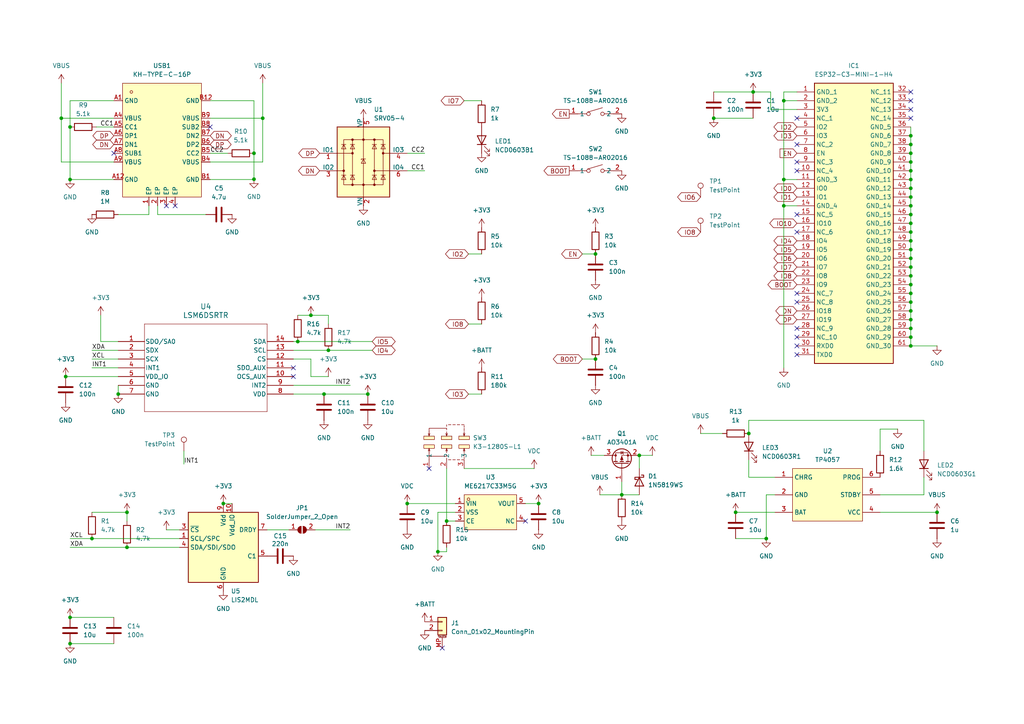
<source format=kicad_sch>
(kicad_sch (version 20231120) (generator "eeschema") (generator_version "8.0")
  (paper "A4")
  (lib_symbols
    (symbol "BSC3:K3-1280S-L1"
      (property "Reference" "SW" (at 0 -1.27 0))
      (property "Value" "K3-1280S-L1" (at 0 -11.43 0))
      (symbol "K3-1280S-L1_0_1"
        (pin unspecified line (at -5.08 -6.35 90) (length 2.54) (name "1") (number "1"))
        (pin unspecified line (at 0 -6.35 90) (length 2.54) (name "2") (number "2"))
        (pin unspecified line (at 5.08 -6.35 90) (length 2.54) (name "3") (number "3"))
      )
    )
    (symbol "BSC3:KH-TYPE-C-16P"
      (property "Reference" "USB" (at 0 17.78 0))
      (property "Value" "KH-TYPE-C-16P" (at 0 -22.86 0))
      (symbol "KH-TYPE-C-16P_0_1"
        (pin unspecified line (at -5.08 -17.78 90) (length 2.54) (name "EP") (number "1"))
        (pin unspecified line (at -2.54 -17.78 90) (length 2.54) (name "EP") (number "2"))
        (pin unspecified line (at 0 -17.78 90) (length 2.54) (name "EP") (number "3"))
        (pin unspecified line (at 2.54 -17.78 90) (length 2.54) (name "EP") (number "4"))
        (pin unspecified line (at -15.24 12.7 0) (length 2.54) (name "GND") (number "A1"))
        (pin unspecified line (at -15.24 -10.16 0) (length 2.54) (name "GND") (number "A12"))
        (pin unspecified line (at -15.24 7.62 0) (length 2.54) (name "VBUS") (number "A4"))
        (pin unspecified line (at -15.24 5.08 0) (length 2.54) (name "CC1") (number "A5"))
        (pin unspecified line (at -15.24 2.54 0) (length 2.54) (name "DP1") (number "A6"))
        (pin unspecified line (at -15.24 0 0) (length 2.54) (name "DN1") (number "A7"))
        (pin unspecified line (at -15.24 -2.54 0) (length 2.54) (name "SUB1") (number "A8"))
        (pin unspecified line (at -15.24 -5.08 0) (length 2.54) (name "VBUS") (number "A9"))
        (pin unspecified line (at 12.7 -10.16 180) (length 2.54) (name "GND") (number "B1"))
        (pin unspecified line (at 12.7 12.7 180) (length 2.54) (name "GND") (number "B12"))
        (pin unspecified line (at 12.7 -5.08 180) (length 2.54) (name "VBUS") (number "B4"))
        (pin unspecified line (at 12.7 -2.54 180) (length 2.54) (name "CC2") (number "B5"))
        (pin unspecified line (at 12.7 0 180) (length 2.54) (name "DP2") (number "B6"))
        (pin unspecified line (at 12.7 2.54 180) (length 2.54) (name "DN2") (number "B7"))
        (pin unspecified line (at 12.7 5.08 180) (length 2.54) (name "SUB2") (number "B8"))
        (pin unspecified line (at 12.7 7.62 180) (length 2.54) (name "VBUS") (number "B9"))
      )
    )
    (symbol "BSC3:ME6217C33M5G"
      (property "Reference" "U" (at 0 7.62 0))
      (property "Value" "ME6217C33M5G" (at 0 -7.62 0))
      (symbol "ME6217C33M5G_0_1"
        (pin unspecified line (at -10.16 2.54 0) (length 2.54) (name "VIN") (number "1"))
        (pin unspecified line (at -10.16 0 0) (length 2.54) (name "VSS") (number "2"))
        (pin unspecified line (at -10.16 -2.54 0) (length 2.54) (name "CE") (number "3"))
        (pin unspecified line (at 10.16 -2.54 180) (length 2.54) (name "NC") (number "4"))
        (pin unspecified line (at 10.16 2.54 180) (length 2.54) (name "VOUT") (number "5"))
      )
    )
    (symbol "BSC3:TP4057"
      (property "Reference" "U" (at 0 10.16 0))
      (property "Value" "TP4057" (at 0 -10.16 0))
      (symbol "TP4057_0_1"
        (pin unspecified line (at -15.24 5.08 0) (length 5.08) (name "CHRG") (number "1"))
        (pin unspecified line (at -15.24 0 0) (length 5.08) (name "GND") (number "2"))
        (pin unspecified line (at -15.24 -5.08 0) (length 5.08) (name "BAT") (number "3"))
        (pin unspecified line (at 15.24 -5.08 180) (length 5.08) (name "VCC") (number "4"))
        (pin unspecified line (at 15.24 0 180) (length 5.08) (name "STDBY") (number "5"))
        (pin unspecified line (at 15.24 5.08 180) (length 5.08) (name "PROG") (number "6"))
      )
    )
    (symbol "BSC3:TS-1088-AR02016"
      (property "Reference" "SW" (at 0 5.08 0))
      (property "Value" "TS-1088-AR02016" (at 0 -5.08 0))
      (symbol "TS-1088-AR02016_0_1"
        (pin unspecified line (at -7.62 0 0) (length 2.54) (name "1") (number "1"))
        (pin unspecified line (at 7.62 0 180) (length 2.54) (name "2") (number "2"))
      )
    )
    (symbol "Connector:TestPoint" (pin_numbers hide) (pin_names (offset 0.762) hide)
      (property "Reference" "TP" (at 0 6.858 0))
      (property "Value" "TestPoint" (at 0 5.08 0))
      (symbol "TestPoint_1_1"
        (pin passive line (at 0 0 90) (length 2.54) (name "1") (number "1"))
      )
    )
    (symbol "Connector_Generic_MountingPin:Conn_01x02_MountingPin" (pin_names (offset 1.016) hide)
      (property "Reference" "J" (at 0 2.54 0))
      (property "Value" "Conn_01x02_MountingPin" (at 1.27 -5.08 0))
      (symbol "Conn_01x02_MountingPin_1_1"
        (text "Mounting" (at 0 -4.191 0) (effects (font (size 0.381 0.381))))
        (pin passive line (at -5.08 0 0) (length 3.81) (name "Pin_1") (number "1"))
        (pin passive line (at -5.08 -2.54 0) (length 3.81) (name "Pin_2") (number "2"))
        (pin passive line (at 0 -7.62 90) (length 3.048) (name "MountPin") (number "MP"))
      )
    )
    (symbol "Device:C" (pin_numbers hide) (pin_names (offset 0.254))
      (property "Reference" "C" (at 0.635 2.54 0))
      (property "Value" "C" (at 0.635 -2.54 0))
      (symbol "C_1_1"
        (pin passive line (at 0 3.81 270) (length 2.794) (name "~") (number "1"))
        (pin passive line (at 0 -3.81 90) (length 2.794) (name "~") (number "2"))
      )
    )
    (symbol "Device:LED" (pin_numbers hide) (pin_names (offset 1.016) hide)
      (property "Reference" "D" (at 0 2.54 0))
      (property "Value" "LED" (at 0 -2.54 0))
      (symbol "LED_1_1"
        (pin passive line (at -3.81 0 0) (length 2.54) (name "K") (number "1"))
        (pin passive line (at 3.81 0 180) (length 2.54) (name "A") (number "2"))
      )
    )
    (symbol "Device:R" (pin_numbers hide) (pin_names (offset 0))
      (property "Reference" "R" (at 2.032 0 90))
      (property "Value" "R" (at 0 0 90))
      (symbol "R_1_1"
        (pin passive line (at 0 3.81 270) (length 1.27) (name "~") (number "1"))
        (pin passive line (at 0 -3.81 90) (length 1.27) (name "~") (number "2"))
      )
    )
    (symbol "Diode:1N5819WS" (pin_numbers hide) (pin_names (offset 1.016) hide)
      (property "Reference" "D" (at 0 2.54 0))
      (property "Value" "1N5819WS" (at 0 -2.54 0))
      (symbol "1N5819WS_1_1"
        (pin passive line (at -3.81 0 0) (length 2.54) (name "K") (number "1"))
        (pin passive line (at 3.81 0 180) (length 2.54) (name "A") (number "2"))
      )
    )
    (symbol "ESP32-C3-MINI-1-H4:ESP32-C3-MINI-1-H4"
      (property "Reference" "IC" (at 29.21 7.62 0))
      (property "Value" "ESP32-C3-MINI-1-H4" (at 29.21 5.08 0))
      (symbol "ESP32-C3-MINI-1-H4_1_1"
        (pin passive line (at 0 0 0) (length 5.08) (name "GND_1") (number "1"))
        (pin passive line (at 0 -22.86 0) (length 5.08) (name "NC_4") (number "10"))
        (pin passive line (at 0 -25.4 0) (length 5.08) (name "GND_3") (number "11"))
        (pin passive line (at 0 -27.94 0) (length 5.08) (name "IO0") (number "12"))
        (pin passive line (at 0 -30.48 0) (length 5.08) (name "IO1") (number "13"))
        (pin passive line (at 0 -33.02 0) (length 5.08) (name "GND_4") (number "14"))
        (pin passive line (at 0 -35.56 0) (length 5.08) (name "NC_5") (number "15"))
        (pin passive line (at 0 -38.1 0) (length 5.08) (name "IO10") (number "16"))
        (pin passive line (at 0 -40.64 0) (length 5.08) (name "NC_6") (number "17"))
        (pin passive line (at 0 -43.18 0) (length 5.08) (name "IO4") (number "18"))
        (pin passive line (at 0 -45.72 0) (length 5.08) (name "IO5") (number "19"))
        (pin passive line (at 0 -2.54 0) (length 5.08) (name "GND_2") (number "2"))
        (pin passive line (at 0 -48.26 0) (length 5.08) (name "IO6") (number "20"))
        (pin passive line (at 0 -50.8 0) (length 5.08) (name "IO7") (number "21"))
        (pin passive line (at 0 -53.34 0) (length 5.08) (name "IO8") (number "22"))
        (pin passive line (at 0 -55.88 0) (length 5.08) (name "IO9") (number "23"))
        (pin passive line (at 0 -58.42 0) (length 5.08) (name "NC_7") (number "24"))
        (pin passive line (at 0 -60.96 0) (length 5.08) (name "NC_8") (number "25"))
        (pin passive line (at 0 -63.5 0) (length 5.08) (name "IO18") (number "26"))
        (pin passive line (at 0 -66.04 0) (length 5.08) (name "IO19") (number "27"))
        (pin passive line (at 0 -68.58 0) (length 5.08) (name "NC_9") (number "28"))
        (pin passive line (at 0 -71.12 0) (length 5.08) (name "NC_10") (number "29"))
        (pin passive line (at 0 -5.08 0) (length 5.08) (name "3V3") (number "3"))
        (pin passive line (at 0 -73.66 0) (length 5.08) (name "RXD0") (number "30"))
        (pin passive line (at 0 -76.2 0) (length 5.08) (name "TXD0") (number "31"))
        (pin passive line (at 33.02 0 180) (length 5.08) (name "NC_11") (number "32"))
        (pin passive line (at 33.02 -2.54 180) (length 5.08) (name "NC_12") (number "33"))
        (pin passive line (at 33.02 -5.08 180) (length 5.08) (name "NC_13") (number "34"))
        (pin passive line (at 33.02 -7.62 180) (length 5.08) (name "NC_14") (number "35"))
        (pin passive line (at 33.02 -10.16 180) (length 5.08) (name "GND_5") (number "36"))
        (pin passive line (at 33.02 -12.7 180) (length 5.08) (name "GND_6") (number "37"))
        (pin passive line (at 33.02 -15.24 180) (length 5.08) (name "GND_7") (number "38"))
        (pin passive line (at 33.02 -17.78 180) (length 5.08) (name "GND_8") (number "39"))
        (pin passive line (at 0 -7.62 0) (length 5.08) (name "NC_1") (number "4"))
        (pin passive line (at 33.02 -20.32 180) (length 5.08) (name "GND_9") (number "40"))
        (pin passive line (at 33.02 -22.86 180) (length 5.08) (name "GND_10") (number "41"))
        (pin passive line (at 33.02 -25.4 180) (length 5.08) (name "GND_11") (number "42"))
        (pin passive line (at 33.02 -27.94 180) (length 5.08) (name "GND_12") (number "43"))
        (pin passive line (at 33.02 -30.48 180) (length 5.08) (name "GND_13") (number "44"))
        (pin passive line (at 33.02 -33.02 180) (length 5.08) (name "GND_14") (number "45"))
        (pin passive line (at 33.02 -35.56 180) (length 5.08) (name "GND_15") (number "46"))
        (pin passive line (at 33.02 -38.1 180) (length 5.08) (name "GND_16") (number "47"))
        (pin passive line (at 33.02 -40.64 180) (length 5.08) (name "GND_17") (number "48"))
        (pin passive line (at 33.02 -43.18 180) (length 5.08) (name "GND_18") (number "49"))
        (pin passive line (at 0 -10.16 0) (length 5.08) (name "IO2") (number "5"))
        (pin passive line (at 33.02 -45.72 180) (length 5.08) (name "GND_19") (number "50"))
        (pin passive line (at 33.02 -48.26 180) (length 5.08) (name "GND_20") (number "51"))
        (pin passive line (at 33.02 -50.8 180) (length 5.08) (name "GND_21") (number "52"))
        (pin passive line (at 33.02 -53.34 180) (length 5.08) (name "GND_22") (number "53"))
        (pin passive line (at 33.02 -55.88 180) (length 5.08) (name "GND_23") (number "54"))
        (pin passive line (at 33.02 -58.42 180) (length 5.08) (name "GND_24") (number "55"))
        (pin passive line (at 33.02 -60.96 180) (length 5.08) (name "GND_25") (number "56"))
        (pin passive line (at 33.02 -63.5 180) (length 5.08) (name "GND_26") (number "57"))
        (pin passive line (at 33.02 -66.04 180) (length 5.08) (name "GND_27") (number "58"))
        (pin passive line (at 33.02 -68.58 180) (length 5.08) (name "GND_28") (number "59"))
        (pin passive line (at 0 -12.7 0) (length 5.08) (name "IO3") (number "6"))
        (pin passive line (at 33.02 -71.12 180) (length 5.08) (name "GND_29") (number "60"))
        (pin passive line (at 33.02 -73.66 180) (length 5.08) (name "GND_30") (number "61"))
        (pin passive line (at 0 -15.24 0) (length 5.08) (name "NC_2") (number "7"))
        (pin passive line (at 0 -17.78 0) (length 5.08) (name "EN") (number "8"))
        (pin passive line (at 0 -20.32 0) (length 5.08) (name "NC_3") (number "9"))
      )
    )
    (symbol "Jumper:SolderJumper_2_Open" (pin_names (offset 0) hide)
      (property "Reference" "JP" (at 0 2.032 0))
      (property "Value" "SolderJumper_2_Open" (at 0 -2.54 0))
      (symbol "SolderJumper_2_Open_1_1"
        (pin passive line (at -3.81 0 0) (length 2.54) (name "A") (number "1"))
        (pin passive line (at 3.81 0 180) (length 2.54) (name "B") (number "2"))
      )
    )
    (symbol "Power_Protection:SRV05-4" (pin_names (offset 0))
      (property "Reference" "U" (at -5.08 11.43 0))
      (property "Value" "SRV05-4" (at 2.54 11.43 0))
      (symbol "SRV05-4_1_1"
        (pin passive line (at -12.7 2.54 0) (length 5.08) (name "IO1") (number "1"))
        (pin passive line (at 0 -12.7 90) (length 2.54) (name "VN") (number "2"))
        (pin passive line (at -12.7 -2.54 0) (length 5.08) (name "IO2") (number "3"))
        (pin passive line (at 12.7 2.54 180) (length 5.08) (name "IO3") (number "4"))
        (pin passive line (at 0 12.7 270) (length 2.54) (name "VP") (number "5"))
        (pin passive line (at 12.7 -2.54 180) (length 5.08) (name "IO4") (number "6"))
      )
    )
    (symbol "Sensor_Magnetic:LIS2MDL"
      (property "Reference" "U" (at -8.89 11.43 0))
      (property "Value" "LIS2MDL" (at 7.62 11.43 0))
      (symbol "LIS2MDL_1_1"
        (pin input line (at -12.7 2.54 0) (length 2.54) (name "SCL/SPC") (number "1"))
        (pin power_in line (at 2.54 12.7 270) (length 2.54) (name "Vdd_IO") (number "10"))
        (pin no_connect line (at -10.16 -7.62 0) (length 2.54) hide (name "NC") (number "11"))
        (pin no_connect line (at 10.16 -7.62 180) (length 2.54) hide (name "NC") (number "12"))
        (pin no_connect line (at -10.16 -5.08 0) (length 2.54) hide (name "NC") (number "2"))
        (pin input line (at -12.7 5.08 0) (length 2.54) (name "~{CS}") (number "3"))
        (pin bidirectional line (at -12.7 0 0) (length 2.54) (name "SDA/SDI/SDO") (number "4"))
        (pin power_out line (at 12.7 -2.54 180) (length 2.54) (name "C1") (number "5"))
        (pin power_in line (at 0 -12.7 90) (length 2.54) (name "GND") (number "6"))
        (pin output line (at 12.7 5.08 180) (length 2.54) (name "DRDY") (number "7"))
        (pin passive line (at 0 -12.7 90) (length 2.54) hide (name "GND") (number "8"))
        (pin power_in line (at 0 12.7 270) (length 2.54) (name "Vdd") (number "9"))
      )
    )
    (symbol "Transistor_FET:AO3401A" (pin_names hide)
      (property "Reference" "Q" (at 5.08 1.905 0))
      (property "Value" "AO3401A" (at 5.08 0 0))
      (symbol "AO3401A_1_1"
        (pin input line (at -5.08 0 0) (length 2.54) (name "G") (number "1"))
        (pin passive line (at 2.54 -5.08 90) (length 2.54) (name "S") (number "2"))
        (pin passive line (at 2.54 5.08 270) (length 2.54) (name "D") (number "3"))
      )
    )
    (symbol "lsm6dsr:LSM6DSRTR" (pin_names (offset 0.254))
      (property "Reference" "U" (at 25.4 10.16 0))
      (property "Value" "LSM6DSRTR" (at 25.4 7.62 0))
      (symbol "LSM6DSRTR_0_1"
        (pin bidirectional line (at 0 0 0) (length 7.62) (name "SDO/SA0") (number "1"))
        (pin bidirectional line (at 50.8 -10.16 180) (length 7.62) (name "OCS_AUX") (number "10"))
        (pin bidirectional line (at 50.8 -7.62 180) (length 7.62) (name "SDO_AUX") (number "11"))
        (pin input line (at 50.8 -5.08 180) (length 7.62) (name "CS") (number "12"))
        (pin input line (at 50.8 -2.54 180) (length 7.62) (name "SCL") (number "13"))
        (pin bidirectional line (at 50.8 0 180) (length 7.62) (name "SDA") (number "14"))
        (pin bidirectional line (at 0 -2.54 0) (length 7.62) (name "SDX") (number "2"))
        (pin bidirectional line (at 0 -5.08 0) (length 7.62) (name "SCX") (number "3"))
        (pin output line (at 0 -7.62 0) (length 7.62) (name "INT1") (number "4"))
        (pin power_in line (at 0 -10.16 0) (length 7.62) (name "VDD_IO") (number "5"))
        (pin power_out line (at 0 -12.7 0) (length 7.62) (name "GND") (number "6"))
        (pin power_out line (at 0 -15.24 0) (length 7.62) (name "GND") (number "7"))
        (pin power_in line (at 50.8 -15.24 180) (length 7.62) (name "VDD") (number "8"))
        (pin output line (at 50.8 -12.7 180) (length 7.62) (name "INT2") (number "9"))
      )
    )
    (symbol "power:+3V3" (power) (pin_numbers hide) (pin_names (offset 0) hide)
      (property "Value" "+3V3" (at 0 3.556 0))
      (symbol "+3V3_1_1"
        (pin power_in line (at 0 0 90) (length 0) (name "~") (number "1"))
      )
    )
    (symbol "power:+BATT" (power) (pin_numbers hide) (pin_names (offset 0) hide)
      (property "Value" "+BATT" (at 0 3.556 0))
      (symbol "+BATT_1_1"
        (pin power_in line (at 0 0 90) (length 0) (name "~") (number "1"))
      )
    )
    (symbol "power:GND" (power) (pin_numbers hide) (pin_names (offset 0) hide)
      (property "Value" "GND" (at 0 -3.81 0))
      (symbol "GND_1_1"
        (pin power_in line (at 0 0 270) (length 0) (name "~") (number "1"))
      )
    )
    (symbol "power:VBUS" (power) (pin_numbers hide) (pin_names (offset 0) hide)
      (property "Value" "VBUS" (at 0 3.556 0))
      (symbol "VBUS_1_1"
        (pin power_in line (at 0 0 90) (length 0) (name "~") (number "1"))
      )
    )
    (symbol "power:VDC" (power) (pin_numbers hide) (pin_names (offset 0) hide)
      (property "Value" "VDC" (at 0 3.556 0))
      (symbol "VDC_1_1"
        (pin power_in line (at 0 0 90) (length 0) (name "~") (number "1"))
      )
    )
  )
  (junction (at 264.16 85.09))
  (junction (at 271.78 148.59))
  (junction (at 106.68 114.3))
  (junction (at 264.16 97.79))
  (junction (at 185.42 132.08))
  (junction (at 264.16 59.69))
  (junction (at 264.16 57.15))
  (junction (at 213.36 148.59))
  (junction (at 207.01 34.29))
  (junction (at 90.17 91.44))
  (junction (at 264.16 80.01))
  (junction (at 222.25 156.21))
  (junction (at 172.72 73.66))
  (junction (at 264.16 77.47))
  (junction (at 86.36 99.06))
  (junction (at 20.32 186.69))
  (junction (at 73.66 51.9775))
  (junction (at 64.77 146.05))
  (junction (at 264.16 82.55))
  (junction (at 19.05 109.22))
  (junction (at 264.16 72.39))
  (junction (at 129.54 151.13))
  (junction (at 217.17 125.73))
  (junction (at 264.16 44.45))
  (junction (at 264.16 74.93))
  (junction (at 26.67 156.21))
  (junction (at 73.66 44.45))
  (junction (at 218.44 26.67))
  (junction (at 227.33 59.69))
  (junction (at 156.21 146.05))
  (junction (at 95.25 101.6))
  (junction (at 76.2 34.29))
  (junction (at 264.16 64.77))
  (junction (at 34.29 114.3))
  (junction (at 93.98 114.3))
  (junction (at 264.16 52.07))
  (junction (at 264.16 49.53))
  (junction (at 20.32 52.07))
  (junction (at 264.16 100.33))
  (junction (at 264.16 90.17))
  (junction (at 264.16 92.71))
  (junction (at 264.16 41.91))
  (junction (at 264.16 87.63))
  (junction (at 264.16 62.23))
  (junction (at 264.16 69.85))
  (junction (at 17.78 34.29))
  (junction (at 264.16 39.37))
  (junction (at 227.33 29.21))
  (junction (at 127 160.02))
  (junction (at 36.83 148.59))
  (junction (at 20.32 179.07))
  (junction (at 118.11 146.05))
  (junction (at 264.16 95.25))
  (junction (at 20.32 36.83))
  (junction (at 264.16 46.99))
  (junction (at 172.72 104.14))
  (junction (at 180.34 143.51))
  (junction (at 36.83 158.75))
  (junction (at 264.16 54.61))
  (junction (at 264.16 67.31))
  (junction (at 227.33 52.07))
  (no_connect (at 50.8 59.69))
  (no_connect (at 33.02 44.45))
  (no_connect (at 231.14 85.09))
  (no_connect (at 48.26 59.69))
  (no_connect (at 264.16 26.67))
  (no_connect (at 231.14 100.33))
  (no_connect (at 231.14 97.79))
  (no_connect (at 264.16 31.75))
  (no_connect (at 60.96 36.83))
  (no_connect (at 231.14 102.87))
  (no_connect (at 231.14 87.63))
  (no_connect (at 152.4 151.13))
  (no_connect (at 231.14 49.53))
  (no_connect (at 231.14 34.29))
  (no_connect (at 264.16 34.29))
  (no_connect (at 231.14 95.25))
  (no_connect (at 124.46 135.89))
  (no_connect (at 85.09 109.22))
  (no_connect (at 231.14 62.23))
  (no_connect (at 264.16 29.21))
  (no_connect (at 231.14 67.31))
  (no_connect (at 231.14 46.99))
  (no_connect (at 231.14 41.91))
  (no_connect (at 85.09 106.68))
  (no_connect (at 128.27 187.96))
  (wire (pts (xy 227.33 29.21) (xy 227.33 52.07)))
  (wire (pts (xy 227.33 26.67) (xy 227.33 29.21)))
  (wire (pts (xy 264.16 44.45) (xy 264.16 46.99)))
  (wire (pts (xy 60.96 29.21) (xy 73.66 29.21)))
  (wire (pts (xy 135.89 73.66) (xy 139.7 73.66)))
  (wire (pts (xy 255.27 143.51) (xy 267.97 143.51)))
  (wire (pts (xy 43.18 62.23) (xy 34.29 62.23)))
  (wire (pts (xy 223.52 31.75) (xy 231.14 31.75)))
  (wire (pts (xy 134.62 135.89) (xy 154.94 135.89)))
  (wire (pts (xy 26.67 106.68) (xy 34.29 106.68)))
  (wire (pts (xy 29.21 91.44) (xy 29.21 99.06)))
  (wire (pts (xy 264.16 62.23) (xy 264.16 64.77)))
  (wire (pts (xy 264.16 82.55) (xy 264.16 85.09)))
  (wire (pts (xy 60.96 44.45) (xy 66.04 44.45)))
  (wire (pts (xy 132.08 148.59) (xy 127 148.59)))
  (wire (pts (xy 45.72 59.69) (xy 45.72 62.23)))
  (wire (pts (xy 264.16 74.93) (xy 264.16 77.47)))
  (wire (pts (xy 20.32 158.75) (xy 36.83 158.75)))
  (wire (pts (xy 264.16 57.15) (xy 264.16 59.69)))
  (wire (pts (xy 64.77 146.05) (xy 67.31 146.05)))
  (wire (pts (xy 264.16 64.77) (xy 264.16 67.31)))
  (wire (pts (xy 213.36 156.21) (xy 222.25 156.21)))
  (wire (pts (xy 264.16 59.69) (xy 264.16 62.23)))
  (wire (pts (xy 53.34 130.81) (xy 53.34 134.62)))
  (wire (pts (xy 213.36 148.59) (xy 224.79 148.59)))
  (wire (pts (xy 20.32 52.07) (xy 33.02 52.07)))
  (wire (pts (xy 29.21 99.06) (xy 34.29 99.06)))
  (wire (pts (xy 171.45 132.08) (xy 175.26 132.08)))
  (wire (pts (xy 231.14 26.67) (xy 227.33 26.67)))
  (wire (pts (xy 223.52 26.67) (xy 223.52 31.75)))
  (wire (pts (xy 127 148.59) (xy 127 160.02)))
  (wire (pts (xy 83.82 153.67) (xy 77.47 153.67)))
  (wire (pts (xy 48.26 153.67) (xy 52.07 153.67)))
  (wire (pts (xy 43.18 59.69) (xy 43.18 62.23)))
  (wire (pts (xy 85.09 111.76) (xy 101.6 111.76)))
  (wire (pts (xy 17.78 34.29) (xy 33.02 34.29)))
  (wire (pts (xy 231.14 59.69) (xy 227.33 59.69)))
  (wire (pts (xy 76.2 24.13) (xy 76.2 34.29)))
  (wire (pts (xy 95.25 91.44) (xy 90.17 91.44)))
  (wire (pts (xy 267.97 130.81) (xy 267.97 121.92)))
  (wire (pts (xy 264.16 52.07) (xy 264.16 54.61)))
  (wire (pts (xy 185.42 132.08) (xy 189.23 132.08)))
  (wire (pts (xy 95.25 93.98) (xy 95.25 91.44)))
  (wire (pts (xy 203.2 125.73) (xy 209.55 125.73)))
  (wire (pts (xy 26.67 156.21) (xy 52.07 156.21)))
  (wire (pts (xy 264.16 67.31) (xy 264.16 69.85)))
  (wire (pts (xy 20.32 36.83) (xy 20.32 52.07)))
  (wire (pts (xy 36.83 151.13) (xy 36.83 148.59)))
  (wire (pts (xy 264.16 54.61) (xy 264.16 57.15)))
  (wire (pts (xy 20.32 179.07) (xy 33.02 179.07)))
  (wire (pts (xy 267.97 143.51) (xy 267.97 138.43)))
  (wire (pts (xy 264.16 36.83) (xy 264.16 39.37)))
  (wire (pts (xy 91.44 153.67) (xy 101.6 153.67)))
  (wire (pts (xy 260.35 124.46) (xy 255.27 124.46)))
  (wire (pts (xy 185.42 132.08) (xy 185.42 135.89)))
  (wire (pts (xy 19.05 109.22) (xy 34.29 109.22)))
  (wire (pts (xy 264.16 97.79) (xy 264.16 100.33)))
  (wire (pts (xy 255.27 148.59) (xy 271.78 148.59)))
  (wire (pts (xy 90.17 109.22) (xy 90.17 104.14)))
  (wire (pts (xy 264.16 49.53) (xy 264.16 52.07)))
  (wire (pts (xy 264.16 87.63) (xy 264.16 90.17)))
  (wire (pts (xy 264.16 100.33) (xy 271.78 100.33)))
  (wire (pts (xy 264.16 46.99) (xy 264.16 49.53)))
  (wire (pts (xy 27.94 36.83) (xy 33.02 36.83)))
  (wire (pts (xy 73.66 29.21) (xy 73.66 44.45)))
  (wire (pts (xy 95.25 109.22) (xy 90.17 109.22)))
  (wire (pts (xy 227.33 29.21) (xy 231.14 29.21)))
  (wire (pts (xy 264.16 92.71) (xy 264.16 95.25)))
  (wire (pts (xy 90.17 91.44) (xy 86.36 91.44)))
  (wire (pts (xy 227.33 52.07) (xy 231.14 52.07)))
  (wire (pts (xy 129.54 160.02) (xy 127 160.02)))
  (wire (pts (xy 20.32 156.21) (xy 26.67 156.21)))
  (wire (pts (xy 132.08 151.13) (xy 129.54 151.13)))
  (wire (pts (xy 45.72 62.23) (xy 59.69 62.23)))
  (wire (pts (xy 207.01 34.29) (xy 218.44 34.29)))
  (wire (pts (xy 264.16 72.39) (xy 264.16 74.93)))
  (wire (pts (xy 217.17 138.43) (xy 217.17 133.35)))
  (wire (pts (xy 227.33 59.69) (xy 227.33 106.68)))
  (wire (pts (xy 168.91 104.14) (xy 172.72 104.14)))
  (wire (pts (xy 20.32 186.69) (xy 33.02 186.69)))
  (wire (pts (xy 135.89 114.3) (xy 139.7 114.3)))
  (wire (pts (xy 227.33 59.69) (xy 227.33 52.07)))
  (wire (pts (xy 85.09 101.6) (xy 95.25 101.6)))
  (wire (pts (xy 20.32 29.21) (xy 20.32 36.83)))
  (wire (pts (xy 76.2 34.29) (xy 60.96 34.29)))
  (wire (pts (xy 152.4 146.05) (xy 156.21 146.05)))
  (wire (pts (xy 129.54 151.13) (xy 129.54 135.89)))
  (wire (pts (xy 60.96 46.99) (xy 76.2 46.99)))
  (wire (pts (xy 267.97 121.92) (xy 217.17 121.92)))
  (wire (pts (xy 93.98 114.3) (xy 106.68 114.3)))
  (wire (pts (xy 224.79 138.43) (xy 217.17 138.43)))
  (wire (pts (xy 168.91 73.66) (xy 172.72 73.66)))
  (wire (pts (xy 85.09 114.3) (xy 93.98 114.3)))
  (wire (pts (xy 264.16 39.37) (xy 264.16 41.91)))
  (wire (pts (xy 264.16 41.91) (xy 264.16 44.45)))
  (wire (pts (xy 255.27 124.46) (xy 255.27 130.81)))
  (wire (pts (xy 180.34 143.51) (xy 185.42 143.51)))
  (wire (pts (xy 95.25 101.6) (xy 107.95 101.6)))
  (wire (pts (xy 73.66 51.9775) (xy 73.66 44.45)))
  (wire (pts (xy 33.02 46.99) (xy 17.78 46.99)))
  (wire (pts (xy 129.54 158.75) (xy 129.54 160.02)))
  (wire (pts (xy 218.44 26.67) (xy 223.52 26.67)))
  (wire (pts (xy 60.96 52.07) (xy 73.66 52.07)))
  (wire (pts (xy 135.89 93.98) (xy 139.7 93.98)))
  (wire (pts (xy 26.67 104.14) (xy 34.29 104.14)))
  (wire (pts (xy 36.83 158.75) (xy 52.07 158.75)))
  (wire (pts (xy 264.16 77.47) (xy 264.16 80.01)))
  (wire (pts (xy 224.79 143.51) (xy 222.25 143.51)))
  (wire (pts (xy 264.16 95.25) (xy 264.16 97.79)))
  (wire (pts (xy 36.83 148.59) (xy 26.67 148.59)))
  (wire (pts (xy 85.09 99.06) (xy 86.36 99.06)))
  (wire (pts (xy 217.17 121.92) (xy 217.17 125.73)))
  (wire (pts (xy 26.67 101.6) (xy 34.29 101.6)))
  (wire (pts (xy 180.34 139.7) (xy 180.34 143.51)))
  (wire (pts (xy 180.34 143.51) (xy 173.99 143.51)))
  (wire (pts (xy 86.36 99.06) (xy 107.95 99.06)))
  (wire (pts (xy 73.66 52.07) (xy 73.66 51.9775)))
  (wire (pts (xy 90.17 104.14) (xy 85.09 104.14)))
  (wire (pts (xy 222.25 143.51) (xy 222.25 156.21)))
  (wire (pts (xy 123.19 44.45) (xy 118.11 44.45)))
  (wire (pts (xy 34.29 111.76) (xy 34.29 114.3)))
  (wire (pts (xy 264.16 85.09) (xy 264.16 87.63)))
  (wire (pts (xy 123.19 49.53) (xy 118.11 49.53)))
  (wire (pts (xy 118.11 146.05) (xy 132.08 146.05)))
  (wire (pts (xy 264.16 69.85) (xy 264.16 72.39)))
  (wire (pts (xy 33.02 29.21) (xy 20.32 29.21)))
  (wire (pts (xy 17.78 24.13) (xy 17.78 34.29)))
  (wire (pts (xy 207.01 26.67) (xy 218.44 26.67)))
  (wire (pts (xy 264.16 90.17) (xy 264.16 92.71)))
  (wire (pts (xy 264.16 80.01) (xy 264.16 82.55)))
  (wire (pts (xy 76.2 46.99) (xy 76.2 34.29)))
  (wire (pts (xy 17.78 46.99) (xy 17.78 34.29)))
  (wire (pts (xy 134.62 29.21) (xy 139.7 29.21)))
  (label "INT1" (at 53.34 134.62 0))
  (label "INT1" (at 26.67 106.68 0))
  (label "CC1" (at 33.02 36.83 180))
  (label "XDA" (at 26.67 101.6 0))
  (label "XDA" (at 20.32 158.75 0))
  (label "XCL" (at 20.32 156.21 0))
  (label "INT2" (at 101.6 111.76 180))
  (label "CC2" (at 60.96 44.45 0))
  (label "INT2" (at 101.6 153.67 180))
  (label "CC2" (at 123.19 44.45 180))
  (label "XCL" (at 26.67 104.14 0))
  (label "CC1" (at 123.19 49.53 180))
  (global_label "IO10" (shape bidirectional) (at 231.14 64.77 180) (property "Intersheetrefs" "${INTERSHEET_REFS}" (effects (hide yes))))
  (global_label "DP" (shape bidirectional) (at 33.02 39.37 180) (property "Intersheetrefs" "${INTERSHEET_REFS}" (effects (hide yes))))
  (global_label "BOOT" (shape bidirectional) (at 231.14 82.55 180) (property "Intersheetrefs" "${INTERSHEET_REFS}" (effects (hide yes))))
  (global_label "IO3" (shape bidirectional) (at 135.89 114.3 180) (property "Intersheetrefs" "${INTERSHEET_REFS}" (effects (hide yes))))
  (global_label "EN" (shape bidirectional) (at 168.91 73.66 180) (property "Intersheetrefs" "${INTERSHEET_REFS}" (effects (hide yes))))
  (global_label "IO7" (shape bidirectional) (at 134.62 29.21 180) (property "Intersheetrefs" "${INTERSHEET_REFS}" (effects (hide yes))))
  (global_label "IO8" (shape bidirectional) (at 231.14 80.01 180) (property "Intersheetrefs" "${INTERSHEET_REFS}" (effects (hide yes))))
  (global_label "DN" (shape bidirectional) (at 92.71 49.53 180) (property "Intersheetrefs" "${INTERSHEET_REFS}" (effects (hide yes))))
  (global_label "IO2" (shape bidirectional) (at 135.89 73.66 180) (property "Intersheetrefs" "${INTERSHEET_REFS}" (effects (hide yes))))
  (global_label "IO8" (shape bidirectional) (at 203.2 67.31 180) (property "Intersheetrefs" "${INTERSHEET_REFS}" (effects (hide yes))))
  (global_label "DP" (shape bidirectional) (at 92.71 44.45 180) (property "Intersheetrefs" "${INTERSHEET_REFS}" (effects (hide yes))))
  (global_label "IO1" (shape bidirectional) (at 231.14 57.15 180) (property "Intersheetrefs" "${INTERSHEET_REFS}" (effects (hide yes))))
  (global_label "IO6" (shape bidirectional) (at 231.14 74.93 180) (property "Intersheetrefs" "${INTERSHEET_REFS}" (effects (hide yes))))
  (global_label "EN" (shape output) (at 165.1 33.02 180) (property "Intersheetrefs" "${INTERSHEET_REFS}" (effects (hide yes))))
  (global_label "IO3" (shape bidirectional) (at 231.14 39.37 180) (property "Intersheetrefs" "${INTERSHEET_REFS}" (effects (hide yes))))
  (global_label "DN" (shape bidirectional) (at 231.14 90.17 180) (property "Intersheetrefs" "${INTERSHEET_REFS}" (effects (hide yes))))
  (global_label "IO4" (shape bidirectional) (at 107.95 101.6 0) (property "Intersheetrefs" "${INTERSHEET_REFS}" (effects (hide yes))))
  (global_label "IO7" (shape bidirectional) (at 231.14 77.47 180) (property "Intersheetrefs" "${INTERSHEET_REFS}" (effects (hide yes))))
  (global_label "BOOT" (shape bidirectional) (at 168.91 104.14 180) (property "Intersheetrefs" "${INTERSHEET_REFS}" (effects (hide yes))))
  (global_label "DN" (shape bidirectional) (at 33.02 41.91 180) (property "Intersheetrefs" "${INTERSHEET_REFS}" (effects (hide yes))))
  (global_label "EN" (shape input) (at 231.14 44.45 180) (property "Intersheetrefs" "${INTERSHEET_REFS}" (effects (hide yes))))
  (global_label "IO5" (shape bidirectional) (at 231.14 72.39 180) (property "Intersheetrefs" "${INTERSHEET_REFS}" (effects (hide yes))))
  (global_label "BOOT" (shape output) (at 165.1 49.53 180) (property "Intersheetrefs" "${INTERSHEET_REFS}" (effects (hide yes))))
  (global_label "IO6" (shape bidirectional) (at 203.2 57.15 180) (property "Intersheetrefs" "${INTERSHEET_REFS}" (effects (hide yes))))
  (global_label "IO8" (shape bidirectional) (at 135.89 93.98 180) (property "Intersheetrefs" "${INTERSHEET_REFS}" (effects (hide yes))))
  (global_label "IO2" (shape bidirectional) (at 231.14 36.83 180) (property "Intersheetrefs" "${INTERSHEET_REFS}" (effects (hide yes))))
  (global_label "IO4" (shape bidirectional) (at 231.14 69.85 180) (property "Intersheetrefs" "${INTERSHEET_REFS}" (effects (hide yes))))
  (global_label "IO0" (shape bidirectional) (at 231.14 54.61 180) (property "Intersheetrefs" "${INTERSHEET_REFS}" (effects (hide yes))))
  (global_label "IO5" (shape bidirectional) (at 107.95 99.06 0) (property "Intersheetrefs" "${INTERSHEET_REFS}" (effects (hide yes))))
  (global_label "DP" (shape bidirectional) (at 231.14 92.71 180) (property "Intersheetrefs" "${INTERSHEET_REFS}" (effects (hide yes))))
  (global_label "DP" (shape bidirectional) (at 60.96 41.91 0) (property "Intersheetrefs" "${INTERSHEET_REFS}" (effects (hide yes))))
  (global_label "DN" (shape bidirectional) (at 60.96 39.37 0) (property "Intersheetrefs" "${INTERSHEET_REFS}" (effects (hide yes))))
  (symbol (lib_id "Device:R") (at 139.7 69.85 0) (unit 1)
    (property "Reference" "R5" (at 142.24 68.5799 0) (effects (justify left)))
    (property "Value" "10k" (at 142.24 71.1199 0) (effects (justify left)))
    (property "Footprint" "Resistor_SMD:R_0402_1005Metric" (effects (hide yes)))
    (property "Description" "Resistor" (effects (hide yes)))
  )
  (symbol (lib_id "power:GND") (at 93.98 121.92 0) (unit 1)
    (property "Reference" "#PWR042" (effects (hide yes)))
    (property "Value" "GND" (at 93.98 127 0))
    (property "Description" "Power symbol creates a global label with name \"GND\" , ground" (effects (hide yes)))
  )
  (symbol (lib_id "power:VDC") (at 118.11 146.05 0) (unit 1)
    (property "Reference" "#PWR035" (effects (hide yes)))
    (property "Value" "VDC" (at 118.11 140.97 0))
    (property "Description" "Power symbol creates a global label with name \"VDC\"" (effects (hide yes)))
  )
  (symbol (lib_id "power:+BATT") (at 123.19 180.34 0) (unit 1)
    (property "Reference" "#PWR021" (effects (hide yes)))
    (property "Value" "+BATT" (at 123.19 175.26 0))
    (property "Description" "Power symbol creates a global label with name \"+BATT\"" (effects (hide yes)))
  )
  (symbol (lib_id "power:GND") (at 260.35 124.46 0) (unit 1)
    (property "Reference" "#PWR026" (effects (hide yes)))
    (property "Value" "GND" (at 260.35 129.54 0))
    (property "Description" "Power symbol creates a global label with name \"GND\" , ground" (effects (hide yes)))
  )
  (symbol (lib_id "power:+3V3") (at 29.21 91.44 0) (unit 1)
    (property "Reference" "#PWR045" (effects (hide yes)))
    (property "Value" "+3V3" (at 29.21 86.36 0))
    (property "Description" "Power symbol creates a global label with name \"+3V3\"" (effects (hide yes)))
  )
  (symbol (lib_id "Device:R") (at 172.72 100.33 0) (unit 1)
    (property "Reference" "R4" (at 175.26 99.0599 0) (effects (justify left)))
    (property "Value" "10k" (at 175.26 101.5999 0) (effects (justify left)))
    (property "Footprint" "Resistor_SMD:R_0402_1005Metric" (effects (hide yes)))
    (property "Description" "Resistor" (effects (hide yes)))
  )
  (symbol (lib_id "Connector_Generic_MountingPin:Conn_01x02_MountingPin") (at 128.27 180.34 0) (unit 1)
    (property "Reference" "J1" (at 130.81 180.6955 0) (effects (justify left)))
    (property "Value" "Conn_01x02_MountingPin" (at 130.81 183.2355 0) (effects (justify left)))
    (property "Footprint" "Connector_Molex:Molex_PicoBlade_53261-0271_1x02-1MP_P1.25mm_Horizontal" (effects (hide yes)))
    (property "Description" "Generic connectable mounting pin connector, single row, 01x02, script generated (kicad-library-utils/schlib/autogen/connector/)" (effects (hide yes)))
  )
  (symbol (lib_id "Device:C") (at 93.98 118.11 0) (unit 1)
    (property "Reference" "C11" (at 97.79 116.8399 0) (effects (justify left)))
    (property "Value" "100n" (at 97.79 119.3799 0) (effects (justify left)))
    (property "Footprint" "Capacitor_SMD:C_0402_1005Metric" (effects (hide yes)))
    (property "Description" "Unpolarized capacitor" (effects (hide yes)))
  )
  (symbol (lib_id "Diode:1N5819WS") (at 185.42 139.7 270) (unit 1)
    (property "Reference" "D1" (at 187.96 138.1124 90) (effects (justify left)))
    (property "Value" "1N5819WS" (at 187.96 140.6524 90) (effects (justify left)))
    (property "Footprint" "Diode_SMD:D_SOD-323" (effects (hide yes)))
    (property "Datasheet" "https://datasheet.lcsc.com/lcsc/2204281430_Guangdong-Hottech-1N5819WS_C191023.pdf" (effects (hide yes)))
    (property "Description" "40V 600mV@1A 1A SOD-323 Schottky Barrier Diodes, SOD-323" (effects (hide yes)))
  )
  (symbol (lib_id "Connector:TestPoint") (at 53.34 130.81 0) (mirror y) (unit 1) (exclude_from_sim yes) (in_bom no)
    (property "Reference" "TP3" (at 50.8 126.2379 0) (effects (justify left)))
    (property "Value" "TestPoint" (at 50.8 128.7779 0) (effects (justify left)))
    (property "Footprint" "TestPoint:TestPoint_Pad_D2.0mm" (effects (hide yes)))
    (property "Description" "test point" (effects (hide yes)))
  )
  (symbol (lib_id "Device:C") (at 207.01 30.48 0) (unit 1)
    (property "Reference" "C2" (at 210.82 29.2099 0) (effects (justify left)))
    (property "Value" "100n" (at 210.82 31.7499 0) (effects (justify left)))
    (property "Footprint" "Capacitor_SMD:C_0402_1005Metric" (effects (hide yes)))
    (property "Description" "Unpolarized capacitor" (effects (hide yes)))
  )
  (symbol (lib_id "power:GND") (at 139.7 44.45 0) (unit 1)
    (property "Reference" "#PWR013" (effects (hide yes)))
    (property "Value" "GND" (at 139.7 49.53 0))
    (property "Description" "Power symbol creates a global label with name \"GND\" , ground" (effects (hide yes)))
  )
  (symbol (lib_id "power:GND") (at 20.32 186.69 0) (unit 1)
    (property "Reference" "#PWR052" (effects (hide yes)))
    (property "Value" "GND" (at 20.32 191.77 0))
    (property "Description" "Power symbol creates a global label with name \"GND\" , ground" (effects (hide yes)))
  )
  (symbol (lib_id "Device:R") (at 129.54 154.94 0) (unit 1)
    (property "Reference" "R15" (at 132.08 153.6699 0) (effects (justify left)))
    (property "Value" "10k" (at 132.08 156.2099 0) (effects (justify left)))
    (property "Footprint" "Resistor_SMD:R_0402_1005Metric" (effects (hide yes)))
    (property "Description" "Resistor" (effects (hide yes)))
  )
  (symbol (lib_id "Device:R") (at 26.67 152.4 0) (unit 1)
    (property "Reference" "R1" (at 29.21 151.1299 0) (effects (justify left)))
    (property "Value" "4.7k" (at 29.21 153.6699 0) (effects (justify left)))
    (property "Footprint" "Resistor_SMD:R_0402_1005Metric" (effects (hide yes)))
    (property "Description" "Resistor" (effects (hide yes)))
  )
  (symbol (lib_id "power:+BATT") (at 171.45 132.08 0) (unit 1)
    (property "Reference" "#PWR032" (effects (hide yes)))
    (property "Value" "+BATT" (at 171.45 127 0))
    (property "Description" "Power symbol creates a global label with name \"+BATT\"" (effects (hide yes)))
  )
  (symbol (lib_id "Device:C") (at 213.36 152.4 0) (unit 1)
    (property "Reference" "C7" (at 217.17 151.1299 0) (effects (justify left)))
    (property "Value" "10u" (at 217.17 153.6699 0) (effects (justify left)))
    (property "Footprint" "Capacitor_SMD:C_0603_1608Metric" (effects (hide yes)))
    (property "Description" "Unpolarized capacitor" (effects (hide yes)))
  )
  (symbol (lib_id "power:VBUS") (at 17.78 24.13 0) (unit 1)
    (property "Reference" "#PWR014" (effects (hide yes)))
    (property "Value" "VBUS" (at 17.78 19.05 0))
    (property "Description" "Power symbol creates a global label with name \"VBUS\"" (effects (hide yes)))
  )
  (symbol (lib_id "Connector:TestPoint") (at 203.2 57.15 0) (unit 1) (exclude_from_sim yes) (in_bom no)
    (property "Reference" "TP1" (at 205.74 52.5779 0) (effects (justify left)))
    (property "Value" "TestPoint" (at 205.74 55.1179 0) (effects (justify left)))
    (property "Footprint" "TestPoint:TestPoint_Pad_D2.0mm" (effects (hide yes)))
    (property "Description" "test point" (effects (hide yes)))
  )
  (symbol (lib_id "Sensor_Magnetic:LIS2MDL") (at 64.77 158.75 0) (unit 1)
    (property "Reference" "U5" (at 66.9641 171.45 0) (effects (justify left)))
    (property "Value" "LIS2MDL" (at 66.9641 173.99 0) (effects (justify left)))
    (property "Footprint" "Package_LGA:LGA-12_2x2mm_P0.5mm" (effects (hide yes)))
    (property "Datasheet" "https://www.st.com/resource/en/datasheet/lis2mdl.pdf" (effects (hide yes)))
    (property "Description" "Ultra-low-power, 3-axis digital output magnetometer, LGA-12" (effects (hide yes)))
  )
  (symbol (lib_id "power:GND") (at 207.01 34.29 0) (unit 1)
    (property "Reference" "#PWR04" (effects (hide yes)))
    (property "Value" "GND" (at 207.01 39.37 0))
    (property "Description" "Power symbol creates a global label with name \"GND\" , ground" (effects (hide yes)))
  )
  (symbol (lib_id "power:GND") (at 271.78 156.21 0) (unit 1)
    (property "Reference" "#PWR025" (effects (hide yes)))
    (property "Value" "GND" (at 271.78 161.29 0))
    (property "Description" "Power symbol creates a global label with name \"GND\" , ground" (effects (hide yes)))
  )
  (symbol (lib_id "power:GND") (at 127 160.02 0) (unit 1)
    (property "Reference" "#PWR038" (effects (hide yes)))
    (property "Value" "GND" (at 127 165.1 0))
    (property "Description" "Power symbol creates a global label with name \"GND\" , ground" (effects (hide yes)))
  )
  (symbol (lib_id "power:GND") (at 118.11 153.67 0) (unit 1)
    (property "Reference" "#PWR037" (effects (hide yes)))
    (property "Value" "GND" (at 118.11 158.75 0))
    (property "Description" "Power symbol creates a global label with name \"GND\" , ground" (effects (hide yes)))
  )
  (symbol (lib_id "Connector:TestPoint") (at 203.2 67.31 0) (unit 1) (exclude_from_sim yes) (in_bom no)
    (property "Reference" "TP2" (at 205.74 62.7379 0) (effects (justify left)))
    (property "Value" "TestPoint" (at 205.74 65.2779 0) (effects (justify left)))
    (property "Footprint" "TestPoint:TestPoint_Pad_D2.0mm" (effects (hide yes)))
    (property "Description" "test point" (effects (hide yes)))
  )
  (symbol (lib_id "power:+3V3") (at 218.44 26.67 0) (unit 1)
    (property "Reference" "#PWR03" (effects (hide yes)))
    (property "Value" "+3V3" (at 218.44 21.59 0))
    (property "Description" "Power symbol creates a global label with name \"+3V3\"" (effects (hide yes)))
  )
  (symbol (lib_id "Device:C") (at 106.68 118.11 0) (unit 1)
    (property "Reference" "C10" (at 110.49 116.8399 0) (effects (justify left)))
    (property "Value" "10u" (at 110.49 119.3799 0) (effects (justify left)))
    (property "Footprint" "Capacitor_SMD:C_0603_1608Metric" (effects (hide yes)))
    (property "Description" "Unpolarized capacitor" (effects (hide yes)))
  )
  (symbol (lib_id "Device:C") (at 81.28 161.29 90) (unit 1)
    (property "Reference" "C15" (at 81.28 155.448 90))
    (property "Value" "220n" (at 81.28 157.734 90))
    (property "Footprint" "Capacitor_SMD:C_0402_1005Metric" (effects (hide yes)))
    (property "Description" "Unpolarized capacitor" (effects (hide yes)))
  )
  (symbol (lib_id "BSC3:TP4057") (at 240.03 143.51 0) (unit 1)
    (property "Reference" "U2" (at 240.03 130.81 0))
    (property "Value" "TP4057" (at 240.03 133.35 0))
    (property "Footprint" "BSC3:SOT-23-6_L2.9-W1.6-P0.95-LS2.8-BL" (effects (hide yes)))
    (property "Datasheet" "https://lcsc.com/product-detail/PMIC-Battery-Management_TP4057-1_C12044.html" (effects (hide yes)))
    (property "LCSC Part" "C12044" (effects (hide yes)))
  )
  (symbol (lib_id "power:GND") (at 106.68 121.92 0) (unit 1)
    (property "Reference" "#PWR041" (effects (hide yes)))
    (property "Value" "GND" (at 106.68 127 0))
    (property "Description" "Power symbol creates a global label with name \"GND\" , ground" (effects (hide yes)))
  )
  (symbol (lib_id "power:+BATT") (at 139.7 106.68 0) (unit 1)
    (property "Reference" "#PWR023" (effects (hide yes)))
    (property "Value" "+BATT" (at 139.7 101.6 0))
    (property "Description" "Power symbol creates a global label with name \"+BATT\"" (effects (hide yes)))
  )
  (symbol (lib_id "Device:C") (at 33.02 182.88 0) (unit 1)
    (property "Reference" "C14" (at 36.83 181.6099 0) (effects (justify left)))
    (property "Value" "100n" (at 36.83 184.1499 0) (effects (justify left)))
    (property "Footprint" "Capacitor_SMD:C_0402_1005Metric" (effects (hide yes)))
    (property "Description" "Unpolarized capacitor" (effects (hide yes)))
  )
  (symbol (lib_id "power:+3V3") (at 95.25 109.22 0) (unit 1)
    (property "Reference" "#PWR043" (effects (hide yes)))
    (property "Value" "+3V3" (at 95.25 104.14 0))
    (property "Description" "Power symbol creates a global label with name \"+3V3\"" (effects (hide yes)))
  )
  (symbol (lib_id "power:GND") (at 172.72 81.28 0) (unit 1)
    (property "Reference" "#PWR07" (effects (hide yes)))
    (property "Value" "GND" (at 172.72 86.36 0))
    (property "Description" "Power symbol creates a global label with name \"GND\" , ground" (effects (hide yes)))
  )
  (symbol (lib_id "lsm6dsr:LSM6DSRTR") (at 34.29 99.06 0) (unit 1)
    (property "Reference" "U4" (at 59.69 88.9 0) (effects (font (size 1.524 1.524))))
    (property "Value" "LSM6DSRTR" (at 59.69 91.44 0) (effects (font (size 1.524 1.524))))
    (property "Footprint" "footprints:LGA-14L_2P5X3X0P83_STM" (effects (hide yes)))
    (property "Datasheet" "LSM6DSRTR" (effects (hide yes)))
  )
  (symbol (lib_id "power:+3V3") (at 64.77 146.05 0) (unit 1)
    (property "Reference" "#PWR050" (effects (hide yes)))
    (property "Value" "+3V3" (at 64.77 140.97 0))
    (property "Description" "Power symbol creates a global label with name \"+3V3\"" (effects (hide yes)))
  )
  (symbol (lib_id "Device:R") (at 30.48 62.23 90) (unit 1)
    (property "Reference" "R8" (at 30.48 55.88 90))
    (property "Value" "1M" (at 30.48 58.42 90))
    (property "Footprint" "Resistor_SMD:R_0402_1005Metric" (effects (hide yes)))
  )
  (symbol (lib_id "power:GND") (at 172.72 111.76 0) (unit 1)
    (property "Reference" "#PWR010" (effects (hide yes)))
    (property "Value" "GND" (at 172.72 116.84 0))
    (property "Description" "Power symbol creates a global label with name \"GND\" , ground" (effects (hide yes)))
  )
  (symbol (lib_id "power:VDC") (at 189.23 132.08 0) (unit 1)
    (property "Reference" "#PWR033" (effects (hide yes)))
    (property "Value" "VDC" (at 189.23 127 0))
    (property "Description" "Power symbol creates a global label with name \"VDC\"" (effects (hide yes)))
  )
  (symbol (lib_id "power:+3V3") (at 20.32 179.07 0) (unit 1)
    (property "Reference" "#PWR051" (effects (hide yes)))
    (property "Value" "+3V3" (at 20.32 173.99 0))
    (property "Description" "Power symbol creates a global label with name \"+3V3\"" (effects (hide yes)))
  )
  (symbol (lib_id "Device:C") (at 172.72 107.95 0) (unit 1)
    (property "Reference" "C4" (at 176.53 106.6799 0) (effects (justify left)))
    (property "Value" "100n" (at 176.53 109.2199 0) (effects (justify left)))
    (property "Footprint" "Capacitor_SMD:C_0402_1005Metric" (effects (hide yes)))
    (property "Description" "Unpolarized capacitor" (effects (hide yes)))
  )
  (symbol (lib_id "power:GND") (at 180.34 49.53 0) (unit 1)
    (property "Reference" "#PWR05" (effects (hide yes)))
    (property "Value" "GND" (at 180.34 54.61 0))
    (property "Description" "Power symbol creates a global label with name \"GND\" , ground" (effects (hide yes)))
  )
  (symbol (lib_id "power:+3V3") (at 106.68 114.3 0) (unit 1)
    (property "Reference" "#PWR040" (effects (hide yes)))
    (property "Value" "+3V3" (at 106.68 109.22 0))
    (property "Description" "Power symbol creates a global label with name \"+3V3\"" (effects (hide yes)))
  )
  (symbol (lib_id "power:GND") (at 271.78 100.33 0) (unit 1)
    (property "Reference" "#PWR01" (effects (hide yes)))
    (property "Value" "GND" (at 271.78 105.41 0))
    (property "Description" "Power symbol creates a global label with name \"GND\" , ground" (effects (hide yes)))
  )
  (symbol (lib_id "Device:R") (at 172.72 69.85 0) (unit 1)
    (property "Reference" "R3" (at 175.26 68.5799 0) (effects (justify left)))
    (property "Value" "10k" (at 175.26 71.1199 0) (effects (justify left)))
    (property "Footprint" "Resistor_SMD:R_0402_1005Metric" (effects (hide yes)))
    (property "Description" "Resistor" (effects (hide yes)))
  )
  (symbol (lib_id "power:VDC") (at 154.94 135.89 0) (unit 1)
    (property "Reference" "#PWR039" (effects (hide yes)))
    (property "Value" "VDC" (at 154.94 130.81 0))
    (property "Description" "Power symbol creates a global label with name \"VDC\"" (effects (hide yes)))
  )
  (symbol (lib_id "power:GND") (at 26.67 62.23 0) (unit 1)
    (property "Reference" "#PWR016" (effects (hide yes)))
    (property "Value" "GND" (at 26.67 67.31 0))
    (property "Description" "Power symbol creates a global label with name \"GND\" , ground" (effects (hide yes)))
  )
  (symbol (lib_id "Device:LED") (at 267.97 134.62 90) (unit 1)
    (property "Reference" "LED2" (at 271.78 134.9374 90) (effects (justify right)))
    (property "Value" "NCD0603G1" (at 271.78 137.4774 90) (effects (justify right)))
    (property "Footprint" "LED_SMD:LED_0603_1608Metric" (effects (hide yes)))
    (property "Description" "Light emitting diode" (effects (hide yes)))
  )
  (symbol (lib_id "Device:C") (at 19.05 113.03 0) (unit 1)
    (property "Reference" "C12" (at 22.86 111.7599 0) (effects (justify left)))
    (property "Value" "100n" (at 22.86 114.2999 0) (effects (justify left)))
    (property "Footprint" "Capacitor_SMD:C_0402_1005Metric" (effects (hide yes)))
    (property "Description" "Unpolarized capacitor" (effects (hide yes)))
  )
  (symbol (lib_id "power:GND") (at 227.33 106.68 0) (unit 1)
    (property "Reference" "#PWR02" (effects (hide yes)))
    (property "Value" "GND" (at 227.33 111.76 0))
    (property "Description" "Power symbol creates a global label with name \"GND\" , ground" (effects (hide yes)))
  )
  (symbol (lib_id "power:VBUS") (at 203.2 125.73 0) (unit 1)
    (property "Reference" "#PWR027" (effects (hide yes)))
    (property "Value" "VBUS" (at 203.2 120.65 0))
    (property "Description" "Power symbol creates a global label with name \"VBUS\"" (effects (hide yes)))
  )
  (symbol (lib_id "Device:C") (at 218.44 30.48 0) (unit 1)
    (property "Reference" "C1" (at 222.25 29.2099 0) (effects (justify left)))
    (property "Value" "10u" (at 222.25 31.7499 0) (effects (justify left)))
    (property "Footprint" "Capacitor_SMD:C_0603_1608Metric" (effects (hide yes)))
    (property "Description" "Unpolarized capacitor" (effects (hide yes)))
  )
  (symbol (lib_id "Device:C") (at 156.21 149.86 0) (unit 1)
    (property "Reference" "C8" (at 160.02 148.5899 0) (effects (justify left)))
    (property "Value" "10u" (at 160.02 151.1299 0) (effects (justify left)))
    (property "Footprint" "Capacitor_SMD:C_0603_1608Metric" (effects (hide yes)))
    (property "Description" "Unpolarized capacitor" (effects (hide yes)))
  )
  (symbol (lib_id "power:GND") (at 156.21 153.67 0) (unit 1)
    (property "Reference" "#PWR036" (effects (hide yes)))
    (property "Value" "GND" (at 156.21 158.75 0))
    (property "Description" "Power symbol creates a global label with name \"GND\" , ground" (effects (hide yes)))
  )
  (symbol (lib_id "power:+3V3") (at 90.17 91.44 0) (unit 1)
    (property "Reference" "#PWR044" (effects (hide yes)))
    (property "Value" "+3V3" (at 90.17 86.36 0))
    (property "Description" "Power symbol creates a global label with name \"+3V3\"" (effects (hide yes)))
  )
  (symbol (lib_id "power:+3V3") (at 19.05 109.22 0) (unit 1)
    (property "Reference" "#PWR046" (effects (hide yes)))
    (property "Value" "+3V3" (at 19.05 104.14 0))
    (property "Description" "Power symbol creates a global label with name \"+3V3\"" (effects (hide yes)))
  )
  (symbol (lib_id "power:+3V3") (at 139.7 66.04 0) (unit 1)
    (property "Reference" "#PWR011" (effects (hide yes)))
    (property "Value" "+3V3" (at 139.7 60.96 0))
    (property "Description" "Power symbol creates a global label with name \"+3V3\"" (effects (hide yes)))
  )
  (symbol (lib_id "power:GND") (at 73.66 51.9775 0) (unit 1)
    (property "Reference" "#PWR056" (effects (hide yes)))
    (property "Value" "GND" (at 73.66 57.0575 0))
    (property "Description" "Power symbol creates a global label with name \"GND\" , ground" (effects (hide yes)))
  )
  (symbol (lib_id "Device:LED") (at 217.17 129.54 90) (unit 1)
    (property "Reference" "LED3" (at 220.98 129.8574 90) (effects (justify right)))
    (property "Value" "NCD0603R1" (at 220.98 132.3974 90) (effects (justify right)))
    (property "Footprint" "LED_SMD:LED_0603_1608Metric" (effects (hide yes)))
    (property "Description" "Light emitting diode" (effects (hide yes)))
  )
  (symbol (lib_id "BSC3:ME6217C33M5G") (at 142.24 148.59 0) (unit 1)
    (property "Reference" "U3" (at 142.24 138.43 0))
    (property "Value" "ME6217C33M5G" (at 142.24 140.97 0))
    (property "Footprint" "BSC3:SOT-23-5_L3.0-W1.7-P0.95-LS2.8-BR" (effects (hide yes)))
    (property "Datasheet" "https://lcsc.com/product-detail/Low-Dropout-Regulators-LDO_Nanjing-Micro-One-Elec-ME6217C33M5G_C427602.html" (effects (hide yes)))
    (property "LCSC Part" "C427602" (effects (hide yes)))
  )
  (symbol (lib_id "BSC3:TS-1088-AR02016") (at 172.72 33.02 0) (unit 1)
    (property "Reference" "SW1" (at 172.72 26.67 0))
    (property "Value" "TS-1088-AR02016" (at 172.72 29.21 0))
    (property "Footprint" "BSC3:SW-SMD_L3.9-W3.0-P4.45" (effects (hide yes)))
    (property "Datasheet" "https://lcsc.com/product-detail/Tactile-Switches_XUNPU-TS-1088-AR02016_C720477.html" (effects (hide yes)))
    (property "LCSC Part" "C720477" (effects (hide yes)))
  )
  (symbol (lib_id "BSC3:KH-TYPE-C-16P") (at 48.26 41.91 0) (unit 1)
    (property "Reference" "USB1" (at 46.99 19.05 0))
    (property "Value" "KH-TYPE-C-16P" (at 46.99 21.59 0))
    (property "Footprint" "BSC3:USB-C-SMD_KH-TYPE-C-16P" (effects (hide yes)))
    (property "Datasheet" "https://lcsc.com/product-detail/USB-Connectors_Shenzhen-Kinghelm-Elec-KH-TYPE-C-16P_C709357.html" (effects (hide yes)))
    (property "LCSC Part" "C709357" (effects (hide yes)))
  )
  (symbol (lib_id "Device:C") (at 20.32 182.88 180) (unit 1)
    (property "Reference" "C13" (at 24.13 181.6099 0) (effects (justify right)))
    (property "Value" "10u" (at 24.13 184.1499 0) (effects (justify right)))
    (property "Footprint" "Capacitor_SMD:C_0603_1608Metric" (effects (hide yes)))
    (property "Description" "Unpolarized capacitor" (effects (hide yes)))
  )
  (symbol (lib_id "power:GND") (at 19.05 116.84 0) (unit 1)
    (property "Reference" "#PWR048" (effects (hide yes)))
    (property "Value" "GND" (at 19.05 121.92 0))
    (property "Description" "Power symbol creates a global label with name \"GND\" , ground" (effects (hide yes)))
  )
  (symbol (lib_id "Device:R") (at 86.36 95.25 0) (unit 1)
    (property "Reference" "R16" (at 88.9 93.9799 0) (effects (justify left)))
    (property "Value" "4.7k" (at 88.9 96.5199 0) (effects (justify left)))
    (property "Footprint" "Resistor_SMD:R_0402_1005Metric" (effects (hide yes)))
    (property "Description" "Resistor" (effects (hide yes)))
  )
  (symbol (lib_id "BSC3:TS-1088-AR02016") (at 172.72 49.53 0) (unit 1)
    (property "Reference" "SW2" (at 172.72 43.18 0))
    (property "Value" "TS-1088-AR02016" (at 172.72 45.72 0))
    (property "Footprint" "BSC3:SW-SMD_L3.9-W3.0-P4.45" (effects (hide yes)))
    (property "Datasheet" "https://lcsc.com/product-detail/Tactile-Switches_XUNPU-TS-1088-AR02016_C720477.html" (effects (hide yes)))
    (property "LCSC Part" "C720477" (effects (hide yes)))
  )
  (symbol (lib_id "power:+3V3") (at 156.21 146.05 0) (unit 1)
    (property "Reference" "#PWR034" (effects (hide yes)))
    (property "Value" "+3V3" (at 156.21 140.97 0))
    (property "Description" "Power symbol creates a global label with name \"+3V3\"" (effects (hide yes)))
  )
  (symbol (lib_id "Device:R") (at 139.7 110.49 0) (unit 1)
    (property "Reference" "R11" (at 142.24 109.2199 0) (effects (justify left)))
    (property "Value" "180k" (at 142.24 111.7599 0) (effects (justify left)))
    (property "Footprint" "Resistor_SMD:R_0402_1005Metric" (effects (hide yes)))
    (property "Description" "Resistor" (effects (hide yes)))
  )
  (symbol (lib_id "Device:C") (at 118.11 149.86 0) (unit 1)
    (property "Reference" "C9" (at 121.92 148.5899 0) (effects (justify left)))
    (property "Value" "10u" (at 121.92 151.1299 0) (effects (justify left)))
    (property "Footprint" "Capacitor_SMD:C_0603_1608Metric" (effects (hide yes)))
    (property "Description" "Unpolarized capacitor" (effects (hide yes)))
  )
  (symbol (lib_id "Device:C") (at 63.5 62.23 90) (unit 1)
    (property "Reference" "C5" (at 63.5 54.61 90))
    (property "Value" "4.7u" (at 63.5 57.15 90))
    (property "Footprint" "Capacitor_SMD:C_0603_1608Metric" (effects (hide yes)))
  )
  (symbol (lib_id "Device:R") (at 24.13 36.83 90) (unit 1)
    (property "Reference" "R9" (at 24.13 30.48 90))
    (property "Value" "5.1k" (at 24.13 33.02 90))
    (property "Footprint" "Resistor_SMD:R_0402_1005Metric" (effects (hide yes)))
    (property "Description" "Resistor" (effects (hide yes)))
  )
  (symbol (lib_id "power:GND") (at 20.32 52.07 0) (unit 1)
    (property "Reference" "#PWR018" (effects (hide yes)))
    (property "Value" "GND" (at 20.32 57.15 0))
    (property "Description" "Power symbol creates a global label with name \"GND\" , ground" (effects (hide yes)))
  )
  (symbol (lib_id "ESP32-C3-MINI-1-H4:ESP32-C3-MINI-1-H4") (at 231.14 26.67 0) (unit 1)
    (property "Reference" "IC1" (at 247.65 19.05 0))
    (property "Value" "ESP32-C3-MINI-1-H4" (at 247.65 21.59 0))
    (property "Footprint" "32c3:ESP32C3MINI1H4" (effects (hide yes)))
    (property "Datasheet" "https://www.mouser.es/datasheet/2/891/Espressif_ESP32_C3_MINI_1_Datasheet-2006822.pdf" (effects (hide yes)))
    (property "Description" "SMD MODULE, ESP32-C3FH4, PCB ANT" (effects (hide yes)))
    (property "Height" "2.55" (effects (hide yes)))
    (property "Mouser Part Number" "356-ESP32-C3-MINI1H4" (effects (hide yes)))
    (property "Mouser Price/Stock" "https://www.mouser.co.uk/ProductDetail/Espressif-Systems/ESP32-C3-MINI-1-H4?qs=stqOd1AaK78JkwNX13Q9hQ%3D%3D" (effects (hide yes)))
    (property "Manufacturer_Name" "Espressif Systems" (effects (hide yes)))
    (property "Manufacturer_Part_Number" "ESP32-C3-MINI-1-H4" (effects (hide yes)))
  )
  (symbol (lib_id "Device:R") (at 180.34 147.32 0) (unit 1)
    (property "Reference" "R14" (at 182.88 146.0499 0) (effects (justify left)))
    (property "Value" "10k" (at 182.88 148.5899 0) (effects (justify left)))
    (property "Footprint" "Resistor_SMD:R_0402_1005Metric" (effects (hide yes)))
    (property "Description" "Resistor" (effects (hide yes)))
  )
  (symbol (lib_id "power:GND") (at 180.34 151.13 0) (unit 1)
    (property "Reference" "#PWR031" (effects (hide yes)))
    (property "Value" "GND" (at 180.34 156.21 0))
    (property "Description" "Power symbol creates a global label with name \"GND\" , ground" (effects (hide yes)))
  )
  (symbol (lib_id "Device:C") (at 271.78 152.4 0) (unit 1)
    (property "Reference" "C6" (at 275.59 151.1299 0) (effects (justify left)))
    (property "Value" "1u" (at 275.59 153.6699 0) (effects (justify left)))
    (property "Footprint" "Capacitor_SMD:C_0603_1608Metric" (effects (hide yes)))
    (property "Description" "Unpolarized capacitor" (effects (hide yes)))
  )
  (symbol (lib_id "power:VBUS") (at 173.99 143.51 0) (unit 1)
    (property "Reference" "#PWR030" (effects (hide yes)))
    (property "Value" "VBUS" (at 173.99 138.43 0))
    (property "Description" "Power symbol creates a global label with name \"VBUS\"" (effects (hide yes)))
  )
  (symbol (lib_id "Device:R") (at 255.27 134.62 180) (unit 1)
    (property "Reference" "R12" (at 257.81 133.3499 0) (effects (justify right)))
    (property "Value" "1.6k" (at 257.81 135.8899 0) (effects (justify right)))
    (property "Footprint" "Resistor_SMD:R_0402_1005Metric" (effects (hide yes)))
    (property "Description" "Resistor" (effects (hide yes)))
  )
  (symbol (lib_id "power:+3V3") (at 172.72 96.52 0) (unit 1)
    (property "Reference" "#PWR09" (effects (hide yes)))
    (property "Value" "+3V3" (at 172.72 91.44 0))
    (property "Description" "Power symbol creates a global label with name \"+3V3\"" (effects (hide yes)))
  )
  (symbol (lib_id "power:GND") (at 67.31 62.23 0) (unit 1)
    (property "Reference" "#PWR017" (effects (hide yes)))
    (property "Value" "GND" (at 67.31 67.31 0))
    (property "Description" "Power symbol creates a global label with name \"GND\" , ground" (effects (hide yes)))
  )
  (symbol (lib_id "Device:LED") (at 139.7 40.64 90) (unit 1)
    (property "Reference" "LED1" (at 143.51 40.9574 90) (effects (justify right)))
    (property "Value" "NCD0603B1" (at 143.51 43.4974 90) (effects (justify right)))
    (property "Footprint" "LED_SMD:LED_0603_1608Metric" (effects (hide yes)))
    (property "Description" "Light emitting diode" (effects (hide yes)))
  )
  (symbol (lib_id "Device:R") (at 139.7 33.02 0) (unit 1)
    (property "Reference" "R7" (at 142.24 31.7499 0) (effects (justify left)))
    (property "Value" "1k" (at 142.24 34.2899 0) (effects (justify left)))
    (property "Footprint" "Resistor_SMD:R_0402_1005Metric" (effects (hide yes)))
    (property "Description" "Resistor" (effects (hide yes)))
  )
  (symbol (lib_id "power:GND") (at 105.41 59.69 0) (unit 1)
    (property "Reference" "#PWR020" (effects (hide yes)))
    (property "Value" "GND" (at 105.41 64.77 0))
    (property "Description" "Power symbol creates a global label with name \"GND\" , ground" (effects (hide yes)))
  )
  (symbol (lib_id "Device:C") (at 172.72 77.47 0) (unit 1)
    (property "Reference" "C3" (at 176.53 76.1999 0) (effects (justify left)))
    (property "Value" "100n" (at 176.53 78.7399 0) (effects (justify left)))
    (property "Footprint" "Capacitor_SMD:C_0402_1005Metric" (effects (hide yes)))
    (property "Description" "Unpolarized capacitor" (effects (hide yes)))
  )
  (symbol (lib_id "power:+BATT") (at 213.36 148.59 0) (unit 1)
    (property "Reference" "#PWR029" (effects (hide yes)))
    (property "Value" "+BATT" (at 213.36 143.51 0))
    (property "Description" "Power symbol creates a global label with name \"+BATT\"" (effects (hide yes)))
  )
  (symbol (lib_id "Transistor_FET:AO3401A") (at 180.34 134.62 90) (unit 1)
    (property "Reference" "Q1" (at 180.34 125.73 90))
    (property "Value" "AO3401A" (at 180.34 128.27 90))
    (property "Footprint" "Package_TO_SOT_SMD:SOT-23" (effects (hide yes)))
    (property "Datasheet" "http://www.aosmd.com/pdfs/datasheet/AO3401A.pdf" (effects (hide yes)))
    (property "Description" "-4.0A Id, -30V Vds, P-Channel MOSFET, SOT-23" (effects (hide yes)))
  )
  (symbol (lib_id "Power_Protection:SRV05-4") (at 105.41 46.99 0) (unit 1)
    (property "Reference" "U1" (at 108.4265 31.75 0) (effects (justify left)))
    (property "Value" "SRV05-4" (at 108.4265 34.29 0) (effects (justify left)))
    (property "Footprint" "Package_TO_SOT_SMD:SOT-23-6" (effects (hide yes)))
    (property "Datasheet" "http://www.onsemi.com/pub/Collateral/SRV05-4-D.PDF" (effects (hide yes)))
    (property "Description" "ESD Protection Diodes with Low Clamping Voltage, SOT-23-6" (effects (hide yes)))
  )
  (symbol (lib_id "Device:R") (at 213.36 125.73 90) (unit 1)
    (property "Reference" "R13" (at 213.36 119.38 90))
    (property "Value" "1k" (at 213.36 121.92 90))
    (property "Footprint" "Resistor_SMD:R_0402_1005Metric" (effects (hide yes)))
    (property "Description" "Resistor" (effects (hide yes)))
  )
  (symbol (lib_id "Device:R") (at 69.85 44.45 270) (mirror x) (unit 1)
    (property "Reference" "R10" (at 69.85 38.1 90))
    (property "Value" "5.1k" (at 69.85 40.64 90))
    (property "Footprint" "Resistor_SMD:R_0402_1005Metric" (effects (hide yes)))
    (property "Description" "Resistor" (effects (hide yes)))
  )
  (symbol (lib_id "power:VBUS") (at 76.2 24.13 0) (unit 1)
    (property "Reference" "#PWR015" (effects (hide yes)))
    (property "Value" "VBUS" (at 76.2 19.05 0))
    (property "Description" "Power symbol creates a global label with name \"VBUS\"" (effects (hide yes)))
  )
  (symbol (lib_id "power:GND") (at 180.34 33.02 0) (unit 1)
    (property "Reference" "#PWR06" (effects (hide yes)))
    (property "Value" "GND" (at 180.34 38.1 0))
    (property "Description" "Power symbol creates a global label with name \"GND\" , ground" (effects (hide yes)))
  )
  (symbol (lib_id "power:GND") (at 34.29 114.3 0) (unit 1)
    (property "Reference" "#PWR047" (effects (hide yes)))
    (property "Value" "GND" (at 34.29 119.38 0))
    (property "Description" "Power symbol creates a global label with name \"GND\" , ground" (effects (hide yes)))
  )
  (symbol (lib_id "Device:R") (at 95.25 97.79 0) (unit 1)
    (property "Reference" "R17" (at 97.79 96.5199 0) (effects (justify left)))
    (property "Value" "4.7k" (at 97.79 99.0599 0) (effects (justify left)))
    (property "Footprint" "Resistor_SMD:R_0402_1005Metric" (effects (hide yes)))
    (property "Description" "Resistor" (effects (hide yes)))
  )
  (symbol (lib_id "power:+3V3") (at 139.7 86.36 0) (unit 1)
    (property "Reference" "#PWR012" (effects (hide yes)))
    (property "Value" "+3V3" (at 139.7 81.28 0))
    (property "Description" "Power symbol creates a global label with name \"+3V3\"" (effects (hide yes)))
  )
  (symbol (lib_id "Device:R") (at 36.83 154.94 0) (unit 1)
    (property "Reference" "R2" (at 39.37 153.6699 0) (effects (justify left)))
    (property "Value" "4.7k" (at 39.37 156.2099 0) (effects (justify left)))
    (property "Footprint" "Resistor_SMD:R_0402_1005Metric" (effects (hide yes)))
    (property "Description" "Resistor" (effects (hide yes)))
  )
  (symbol (lib_id "power:VBUS") (at 105.41 34.29 0) (unit 1)
    (property "Reference" "#PWR019" (effects (hide yes)))
    (property "Value" "VBUS" (at 105.41 29.21 0))
    (property "Description" "Power symbol creates a global label with name \"VBUS\"" (effects (hide yes)))
  )
  (symbol (lib_id "Jumper:SolderJumper_2_Open") (at 87.63 153.67 0) (unit 1)
    (property "Reference" "JP1" (at 87.63 147.32 0))
    (property "Value" "SolderJumper_2_Open" (at 87.63 149.86 0))
    (property "Footprint" "Jumper:SolderJumper-2_P1.3mm_Open_Pad1.0x1.5mm" (effects (hide yes)))
    (property "Description" "Solder Jumper, 2-pole, open" (effects (hide yes)))
  )
  (symbol (lib_id "power:GND") (at 85.09 161.29 0) (unit 1)
    (property "Reference" "#PWR053" (effects (hide yes)))
    (property "Value" "GND" (at 85.09 166.37 0))
    (property "Description" "Power symbol creates a global label with name \"GND\" , ground" (effects (hide yes)))
  )
  (symbol (lib_id "power:GND") (at 123.19 182.88 0) (unit 1)
    (property "Reference" "#PWR022" (effects (hide yes)))
    (property "Value" "GND" (at 123.19 187.96 0))
    (property "Description" "Power symbol creates a global label with name \"GND\" , ground" (effects (hide yes)))
  )
  (symbol (lib_id "power:GND") (at 64.77 171.45 0) (unit 1)
    (property "Reference" "#PWR049" (effects (hide yes)))
    (property "Value" "GND" (at 64.77 176.53 0))
    (property "Description" "Power symbol creates a global label with name \"GND\" , ground" (effects (hide yes)))
  )
  (symbol (lib_id "BSC3:K3-1280S-L1") (at 129.54 129.54 0) (unit 1)
    (property "Reference" "SW3" (at 137.16 126.9999 0) (effects (justify left)))
    (property "Value" "K3-1280S-L1" (at 137.16 129.5399 0) (effects (justify left)))
    (property "Footprint" "BSC3:SW-SMD_K3-1280S-L1" (effects (hide yes)))
    (property "Datasheet" "https://lcsc.com/product-detail/Toggle-Switches_Korean-Hroparts-Elec-K3-1280S-L1_C223845.html" (effects (hide yes)))
    (property "LCSC Part" "C223845" (effects (hide yes)))
  )
  (symbol (lib_id "Device:R") (at 139.7 90.17 0) (unit 1)
    (property "Reference" "R6" (at 142.24 88.8999 0) (effects (justify left)))
    (property "Value" "10k" (at 142.24 91.4399 0) (effects (justify left)))
    (property "Footprint" "Resistor_SMD:R_0402_1005Metric" (effects (hide yes)))
    (property "Description" "Resistor" (effects (hide yes)))
  )
  (symbol (lib_id "power:GND") (at 222.25 156.21 0) (unit 1)
    (property "Reference" "#PWR028" (effects (hide yes)))
    (property "Value" "GND" (at 222.25 161.29 0))
    (property "Description" "Power symbol creates a global label with name \"GND\" , ground" (effects (hide yes)))
  )
  (symbol (lib_id "power:+3V3") (at 36.83 148.59 0) (unit 1)
    (property "Reference" "#PWR055" (effects (hide yes)))
    (property "Value" "+3V3" (at 36.83 143.51 0))
    (property "Description" "Power symbol creates a global label with name \"+3V3\"" (effects (hide yes)))
  )
  (symbol (lib_id "power:VBUS") (at 271.78 148.59 0) (unit 1)
    (property "Reference" "#PWR024" (effects (hide yes)))
    (property "Value" "VBUS" (at 271.78 143.51 0))
    (property "Description" "Power symbol creates a global label with name \"VBUS\"" (effects (hide yes)))
  )
  (symbol (lib_id "power:+3V3") (at 172.72 66.04 0) (unit 1)
    (property "Reference" "#PWR08" (effects (hide yes)))
    (property "Value" "+3V3" (at 172.72 60.96 0))
    (property "Description" "Power symbol creates a global label with name \"+3V3\"" (effects (hide yes)))
  )
  (symbol (lib_id "power:+3V3") (at 48.26 153.67 0) (unit 1)
    (property "Reference" "#PWR054" (effects (hide yes)))
    (property "Value" "+3V3" (at 48.26 148.59 0))
    (property "Description" "Power symbol creates a global label with name \"+3V3\"" (effects (hide yes)))
  )
)
</source>
